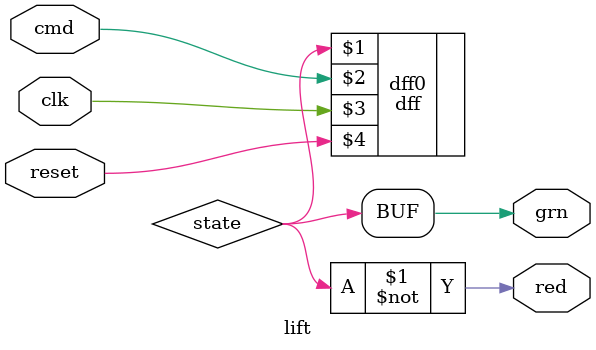
<source format=v>
`include "dff.v"

module lift(grn, red, cmd, clk, reset);
    input cmd, clk, reset;
    output grn, red;
    wire state;
    

    dff dff0(state, cmd, clk, reset);
    
    assign grn = state;
    assign red = ~state;
        
endmodule

</source>
